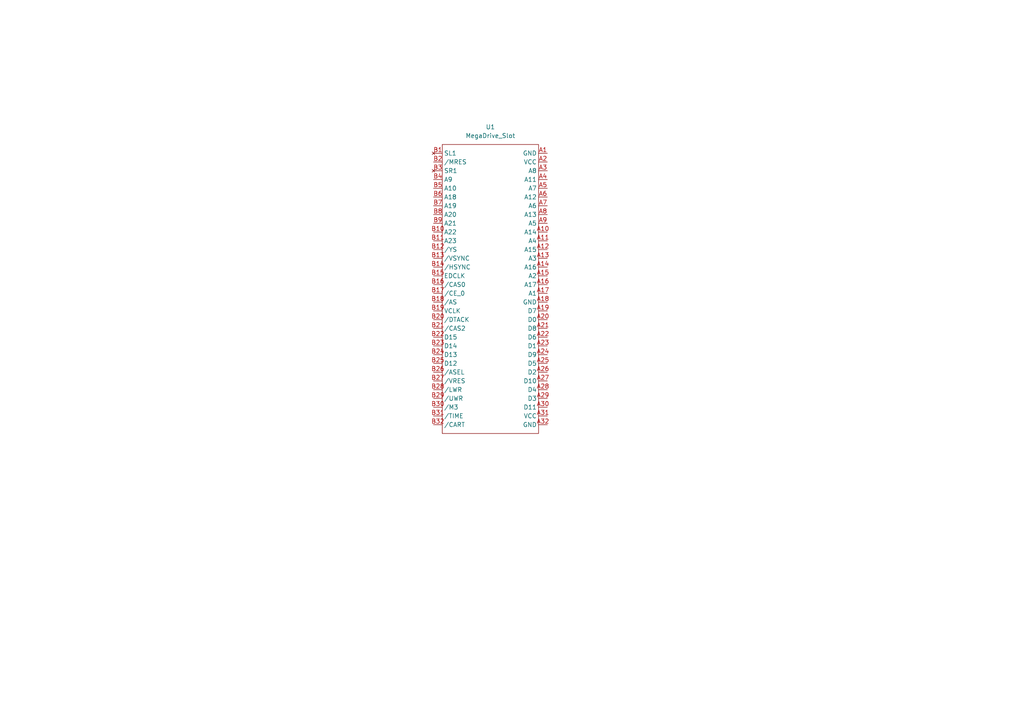
<source format=kicad_sch>
(kicad_sch (version 20231120) (generator "eeschema") (generator_version "8.0")
  (paper "A4")
  (lib_symbols
    (symbol "Cart_Reader1:MegaDrive_Slot"
      (property "Reference" "U" (at 0 47.498 0))
      (property "Value" "MegaDrive_Slot" (at 0.254 44.704 0))
      (symbol "MegaDrive_Slot_0_1"
        (rectangle (start -13.97 41.91) (end 13.97 -41.91) (stroke (width 0.1524)))
      )
      (symbol "MegaDrive_Slot_1_1"
        (pin power_in line (at 16.51 39.37 180) (length 2.54) (name "GND") (number "A1"))
        (pin input line (at 16.51 16.51 180) (length 2.54) (name "A14") (number "A10"))
        (pin input line (at 16.51 13.97 180) (length 2.54) (name "A4") (number "A11"))
        (pin input line (at 16.51 11.43 180) (length 2.54) (name "A15") (number "A12"))
        (pin input line (at 16.51 8.89 180) (length 2.54) (name "A3") (number "A13"))
        (pin input line (at 16.51 6.35 180) (length 2.54) (name "A16") (number "A14"))
        (pin input line (at 16.51 3.81 180) (length 2.54) (name "A2") (number "A15"))
        (pin input line (at 16.51 1.27 180) (length 2.54) (name "A17") (number "A16"))
        (pin input line (at 16.51 -1.27 180) (length 2.54) (name "A1") (number "A17"))
        (pin power_in line (at 16.51 -3.81 180) (length 2.54) (name "GND") (number "A18"))
        (pin bidirectional line (at 16.51 -6.35 180) (length 2.54) (name "D7") (number "A19"))
        (pin power_in line (at 16.51 36.83 180) (length 2.54) (name "VCC") (number "A2"))
        (pin bidirectional line (at 16.51 -8.89 180) (length 2.54) (name "D0") (number "A20"))
        (pin bidirectional line (at 16.51 -11.43 180) (length 2.54) (name "D8") (number "A21"))
        (pin bidirectional line (at 16.51 -13.97 180) (length 2.54) (name "D6") (number "A22"))
        (pin bidirectional line (at 16.51 -16.51 180) (length 2.54) (name "D1") (number "A23"))
        (pin bidirectional line (at 16.51 -19.05 180) (length 2.54) (name "D9") (number "A24"))
        (pin bidirectional line (at 16.51 -21.59 180) (length 2.54) (name "D5") (number "A25"))
        (pin bidirectional line (at 16.51 -24.13 180) (length 2.54) (name "D2") (number "A26"))
        (pin bidirectional line (at 16.51 -26.67 180) (length 2.54) (name "D10") (number "A27"))
        (pin bidirectional line (at 16.51 -29.21 180) (length 2.54) (name "D4") (number "A28"))
        (pin bidirectional line (at 16.51 -31.75 180) (length 2.54) (name "D3") (number "A29"))
        (pin input line (at 16.51 34.29 180) (length 2.54) (name "A8") (number "A3"))
        (pin bidirectional line (at 16.51 -34.29 180) (length 2.54) (name "D11") (number "A30"))
        (pin power_in line (at 16.51 -36.83 180) (length 2.54) (name "VCC") (number "A31"))
        (pin power_in line (at 16.51 -39.37 180) (length 2.54) (name "GND") (number "A32"))
        (pin input line (at 16.51 31.75 180) (length 2.54) (name "A11") (number "A4"))
        (pin input line (at 16.51 29.21 180) (length 2.54) (name "A7") (number "A5"))
        (pin input line (at 16.51 26.67 180) (length 2.54) (name "A12") (number "A6"))
        (pin input line (at 16.51 24.13 180) (length 2.54) (name "A6") (number "A7"))
        (pin input line (at 16.51 21.59 180) (length 2.54) (name "A13") (number "A8"))
        (pin input line (at 16.51 19.05 180) (length 2.54) (name "A5") (number "A9"))
        (pin no_connect line (at -16.51 39.37 0) (length 2.54) (name "SL1") (number "B1"))
        (pin input line (at -16.51 16.51 0) (length 2.54) (name "A22") (number "B10"))
        (pin input line (at -16.51 13.97 0) (length 2.54) (name "A23") (number "B11"))
        (pin input line (at -16.51 11.43 0) (length 2.54) (name "/YS") (number "B12"))
        (pin input line (at -16.51 8.89 0) (length 2.54) (name "/VSYNC") (number "B13"))
        (pin input line (at -16.51 6.35 0) (length 2.54) (name "/HSYNC") (number "B14"))
        (pin input line (at -16.51 3.81 0) (length 2.54) (name "EDCLK") (number "B15"))
        (pin input line (at -16.51 1.27 0) (length 2.54) (name "/CAS0") (number "B16"))
        (pin input line (at -16.51 -1.27 0) (length 2.54) (name "/CE_0") (number "B17"))
        (pin input line (at -16.51 -3.81 0) (length 2.54) (name "/AS") (number "B18"))
        (pin input line (at -16.51 -6.35 0) (length 2.54) (name "VCLK") (number "B19"))
        (pin input line (at -16.51 36.83 0) (length 2.54) (name "/MRES") (number "B2"))
        (pin input line (at -16.51 -8.89 0) (length 2.54) (name "/DTACK") (number "B20"))
        (pin input line (at -16.51 -11.43 0) (length 2.54) (name "/CAS2") (number "B21"))
        (pin bidirectional line (at -16.51 -13.97 0) (length 2.54) (name "D15") (number "B22"))
        (pin bidirectional line (at -16.51 -16.51 0) (length 2.54) (name "D14") (number "B23"))
        (pin bidirectional line (at -16.51 -19.05 0) (length 2.54) (name "D13") (number "B24"))
        (pin bidirectional line (at -16.51 -21.59 0) (length 2.54) (name "D12") (number "B25"))
        (pin input line (at -16.51 -24.13 0) (length 2.54) (name "/ASEL") (number "B26"))
        (pin input line (at -16.51 -26.67 0) (length 2.54) (name "/VRES") (number "B27"))
        (pin input line (at -16.51 -29.21 0) (length 2.54) (name "/LWR") (number "B28"))
        (pin input line (at -16.51 -31.75 0) (length 2.54) (name "/UWR") (number "B29"))
        (pin no_connect line (at -16.51 34.29 0) (length 2.54) (name "SR1") (number "B3"))
        (pin input line (at -16.51 -34.29 0) (length 2.54) (name "/M3") (number "B30"))
        (pin input line (at -16.51 -36.83 0) (length 2.54) (name "/TIME") (number "B31"))
        (pin input line (at -16.51 -39.37 0) (length 2.54) (name "/CART") (number "B32"))
        (pin input line (at -16.51 31.75 0) (length 2.54) (name "A9") (number "B4"))
        (pin input line (at -16.51 29.21 0) (length 2.54) (name "A10") (number "B5"))
        (pin input line (at -16.51 26.67 0) (length 2.54) (name "A18") (number "B6"))
        (pin input line (at -16.51 24.13 0) (length 2.54) (name "A19") (number "B7"))
        (pin input line (at -16.51 21.59 0) (length 2.54) (name "A20") (number "B8"))
        (pin input line (at -16.51 19.05 0) (length 2.54) (name "A21") (number "B9"))
      )
    )
  )
  (symbol (lib_id "Cart_Reader1:MegaDrive_Slot") (at 142.24 83.82 0) (unit 1)
    (property "Reference" "U1" (at 142.24 36.83 0))
    (property "Value" "MegaDrive_Slot" (at 142.24 39.37 0))
  )
)
</source>
